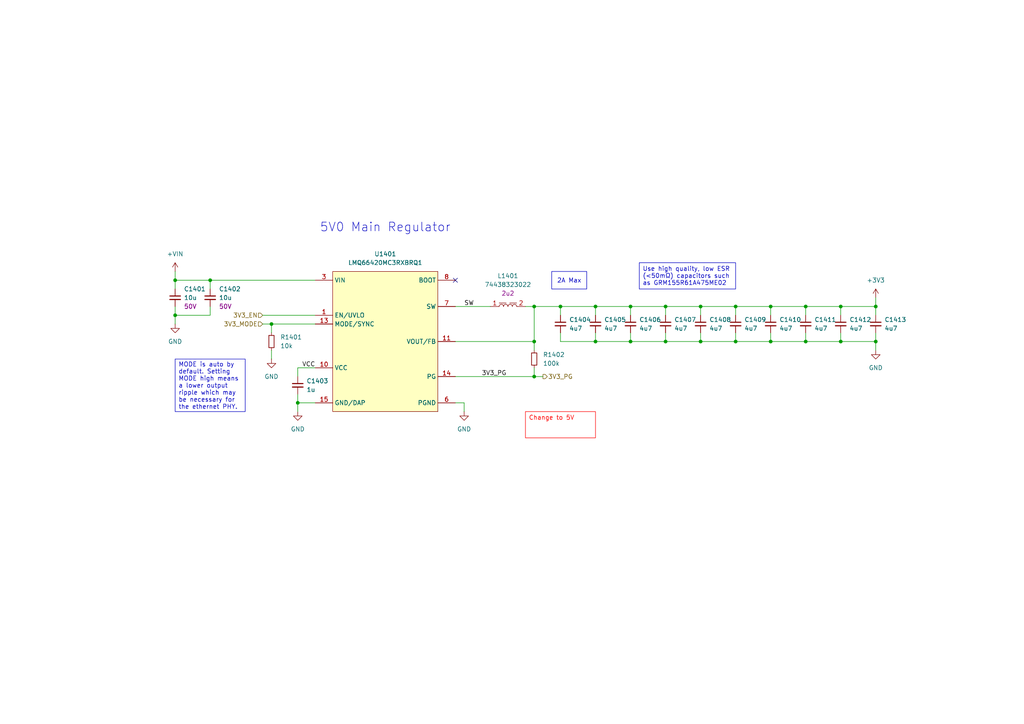
<source format=kicad_sch>
(kicad_sch (version 20250114) (generator "eeschema") (generator_version "9.0")
  (paper "A4")
  (lib_symbols
    (symbol "Device:C_Small" (pin_numbers (hide yes)) (pin_names (offset 0.254) (hide yes))
      (property "Reference" "C" (at 0.254 1.778 0))
      (property "Value" "C_Small" (at 0.254 -2.032 0))
      (symbol "C_Small_0_1"
        (polyline (pts (xy -1.524 0.508) (xy 1.524 0.508)) (stroke (width 0.3048)))
        (polyline (pts (xy -1.524 -0.508) (xy 1.524 -0.508)) (stroke (width 0.3302)))
      )
      (symbol "C_Small_1_1"
        (pin passive line (at 0 2.54 270) (length 2.032) (name "~") (number "1"))
        (pin passive line (at 0 -2.54 90) (length 2.032) (name "~") (number "2"))
      )
    )
    (symbol "PWR-IND:2510_74438323022" (pin_names (hide yes))
      (property "Reference" "L" (at 0 5.08 0))
      (property "Value" "74438323022" (at 0 -2.54 0))
      (property "Critical Parameter" "2u2" (at 0 -5.08 0))
      (symbol "2510_74438323022_0_1"
        (polyline (pts (xy -2.54 1.016) (xy -0.508 1.016)))
        (arc (start -2.54 0) (mid -1.905 0.6323) (end -1.27 0))
        (arc (start -1.27 0) (mid -0.635 0.6323) (end 0 0))
        (arc (start 0 0) (mid 0.635 0.6323) (end 1.27 0))
        (arc (start 1.27 0) (mid 1.905 0.6323) (end 2.54 0))
      )
      (symbol "2510_74438323022_1_1"
        (polyline (pts (xy 2.54 1.016) (xy 0.508 1.016)))
        (pin power_in line (at -5.08 0 0) (length 2.54) (name "1") (number "1"))
        (pin power_out line (at 5.08 0 180) (length 2.54) (name "2") (number "2"))
      )
    )
    (symbol "PWR-SMPS:LMQ66420MC3RXBRQ1"
      (property "Reference" "U" (at 0 5.08 0))
      (property "Value" "LMQ66420MC3RXBRQ1" (at 0 2.54 0))
      (symbol "LMQ66420MC3RXBRQ1_1_1"
        (rectangle (start -15.24 0) (end 15.24 -40.64) (fill (type background)))
        (pin power_in line (at -20.32 -2.54 0) (length 5.08) (name "VIN") (number "3"))
        (pin no_connect line (at -20.32 -5.08 0) (length 5.08) (hide yes) (name "NC") (number "2"))
        (pin no_connect line (at -20.32 -7.62 0) (length 5.08) (hide yes) (name "NC") (number "4"))
        (pin input line (at -20.32 -12.7 0) (length 5.08) (name "EN/UVLO") (number "1"))
        (pin input line (at -20.32 -12.7 0) (length 5.08) (hide yes) (name "EN/UVLO") (number "16"))
        (pin input line (at -20.32 -15.24 0) (length 5.08) (name "MODE/SYNC") (number "13"))
        (pin no_connect line (at -20.32 -25.4 0) (length 5.08) (hide yes) (name "NC") (number "9"))
        (pin passive line (at -20.32 -27.94 0) (length 5.08) (name "VCC") (number "10"))
        (pin passive line (at -20.32 -38.1 0) (length 5.08) (name "GND/DAP") (number "15"))
        (pin input line (at 20.32 -2.54 180) (length 5.08) (hide yes) (name "BOOT") (number "18"))
        (pin input line (at 20.32 -2.54 180) (length 5.08) (name "BOOT") (number "8"))
        (pin no_connect line (at 20.32 -5.08 180) (length 5.08) (hide yes) (name "NC") (number "17"))
        (pin no_connect line (at 20.32 -7.62 180) (length 5.08) (hide yes) (name "NC") (number "19"))
        (pin power_out line (at 20.32 -10.16 180) (length 5.08) (name "SW") (number "7"))
        (pin input line (at 20.32 -20.32 180) (length 5.08) (name "VOUT/FB") (number "11"))
        (pin no_connect line (at 20.32 -22.86 180) (length 5.08) (hide yes) (name "NC") (number "12"))
        (pin output line (at 20.32 -30.48 180) (length 5.08) (name "PG") (number "14"))
        (pin no_connect line (at 20.32 -35.56 180) (length 5.08) (hide yes) (name "NC") (number "5"))
        (pin passive line (at 20.32 -38.1 180) (length 5.08) (name "PGND") (number "6"))
      )
    )
    (symbol "PWR-SYM:+VIN" (power) (pin_numbers (hide yes)) (pin_names (offset 0) (hide yes))
      (property "Value" "+VIN" (at 0 3.556 0))
      (symbol "+VIN_0_1"
        (polyline (pts (xy -0.762 1.27) (xy 0 2.54)))
        (polyline (pts (xy 0 2.54) (xy 0.762 1.27)))
        (polyline (pts (xy 0 0) (xy 0 2.54)))
      )
      (symbol "+VIN_1_1"
        (pin power_in line (at 0 0 90) (length 0) (name "~") (number "1"))
      )
    )
    (symbol "R_Small_1" (pin_numbers (hide yes)) (pin_names (offset 0.254) (hide yes))
      (property "Reference" "R" (at 0 0 90))
      (property "Value" "R_Small" (at 1.778 0 90))
      (symbol "R_Small_1_0_1"
        (rectangle (start -0.762 1.778) (end 0.762 -1.778) (stroke (width 0.2032)))
      )
      (symbol "R_Small_1_1_1"
        (pin passive line (at 0 2.54 270) (length 0.762) (name "~") (number "1"))
        (pin passive line (at 0 -2.54 90) (length 0.762) (name "~") (number "2"))
      )
    )
    (symbol "R_Small_2" (pin_numbers (hide yes)) (pin_names (offset 0.254) (hide yes))
      (property "Reference" "R" (at 0 0 90))
      (property "Value" "R_Small" (at 1.778 0 90))
      (symbol "R_Small_2_0_1"
        (rectangle (start -0.762 1.778) (end 0.762 -1.778) (stroke (width 0.2032)))
      )
      (symbol "R_Small_2_1_1"
        (pin passive line (at 0 2.54 270) (length 0.762) (name "~") (number "1"))
        (pin passive line (at 0 -2.54 90) (length 0.762) (name "~") (number "2"))
      )
    )
    (symbol "power:+3V3" (power) (pin_numbers (hide yes)) (pin_names (offset 0) (hide yes))
      (property "Value" "+3V3" (at 0 3.556 0))
      (symbol "+3V3_0_1"
        (polyline (pts (xy -0.762 1.27) (xy 0 2.54)))
        (polyline (pts (xy 0 2.54) (xy 0.762 1.27)))
        (polyline (pts (xy 0 0) (xy 0 2.54)))
      )
      (symbol "+3V3_1_1"
        (pin power_in line (at 0 0 90) (length 0) (name "~") (number "1"))
      )
    )
    (symbol "power:GND" (power) (pin_numbers (hide yes)) (pin_names (offset 0) (hide yes))
      (property "Value" "GND" (at 0 -3.81 0))
      (symbol "GND_0_1"
        (polyline (pts (xy 0 0) (xy 0 -1.27) (xy 1.27 -1.27) (xy 0 -2.54) (xy -1.27 -1.27) (xy 0 -1.27)))
      )
      (symbol "GND_1_1"
        (pin power_in line (at 0 0 270) (length 0) (name "~") (number "1"))
      )
    )
  )
  (text "5V0 Main Regulator" (at 111.76 66.04 0) (effects (font (size 2.54 2.54))))
  (text_box "Change to 5V" (at 152.4 119.38 0) (size 20.32 7.62) (margins 0.9525 0.9525 0.9525 0.9525) (stroke (width 0) (color 255 0 0 1)) (effects (font (size 1.27 1.27)) (justify left top)))
  (text_box "MODE is auto by default. Setting MODE high means a lower output ripple which may be necessary for the ethernet PHY." (at 50.8 104.14 0) (size 20.32 15.24) (margins 0.9525 0.9525 0.9525 0.9525) (effects (font (size 1.27 1.27)) (justify left)))
  (text_box "2A Max" (at 160.02 78.74 0) (size 10.16 5.08) (margins 0.9525 0.9525 0.9525 0.9525) (effects (font (size 1.27 1.27))))
  (text_box "Use high quality, low ESR (<50mΩ) capacitors such as GRM155R61A475ME02" (at 185.42 76.2 0) (size 27.94 7.62) (margins 0.9525 0.9525 0.9525 0.9525) (effects (font (size 1.27 1.27)) (justify left top)))
  (junction (at 193.04 88.9))
  (junction (at 223.52 99.06))
  (junction (at 203.2 88.9))
  (junction (at 203.2 99.06))
  (junction (at 213.36 88.9))
  (junction (at 254 99.06))
  (junction (at 243.84 88.9))
  (junction (at 154.94 88.9))
  (junction (at 223.52 88.9))
  (junction (at 233.68 99.06))
  (junction (at 213.36 99.06))
  (junction (at 60.96 81.28))
  (junction (at 86.36 116.84))
  (junction (at 193.04 99.06))
  (junction (at 182.88 99.06))
  (junction (at 154.94 109.22))
  (junction (at 182.88 88.9))
  (junction (at 50.8 81.28))
  (junction (at 254 88.9))
  (junction (at 233.68 88.9))
  (junction (at 50.8 91.44))
  (junction (at 78.74 93.98))
  (junction (at 172.72 88.9))
  (junction (at 172.72 99.06))
  (junction (at 243.84 99.06))
  (junction (at 162.56 88.9))
  (junction (at 154.94 99.06))
  (no_connect (at 132.08 81.28))
  (wire (pts (xy 50.8 93.98) (xy 50.8 91.44)))
  (wire (pts (xy 78.74 93.98) (xy 91.44 93.98)))
  (wire (pts (xy 213.36 88.9) (xy 213.36 91.44)))
  (wire (pts (xy 78.74 101.6) (xy 78.74 104.14)))
  (wire (pts (xy 182.88 96.52) (xy 182.88 99.06)))
  (wire (pts (xy 254 99.06) (xy 254 101.6)))
  (wire (pts (xy 203.2 96.52) (xy 203.2 99.06)))
  (wire (pts (xy 243.84 88.9) (xy 254 88.9)))
  (wire (pts (xy 50.8 78.74) (xy 50.8 81.28)))
  (wire (pts (xy 243.84 96.52) (xy 243.84 99.06)))
  (wire (pts (xy 172.72 88.9) (xy 182.88 88.9)))
  (wire (pts (xy 132.08 99.06) (xy 154.94 99.06)))
  (wire (pts (xy 86.36 116.84) (xy 91.44 116.84)))
  (wire (pts (xy 154.94 109.22) (xy 132.08 109.22)))
  (wire (pts (xy 203.2 99.06) (xy 213.36 99.06)))
  (wire (pts (xy 193.04 99.06) (xy 203.2 99.06)))
  (wire (pts (xy 182.88 88.9) (xy 182.88 91.44)))
  (wire (pts (xy 154.94 99.06) (xy 154.94 101.6)))
  (wire (pts (xy 76.2 93.98) (xy 78.74 93.98)))
  (wire (pts (xy 213.36 99.06) (xy 223.52 99.06)))
  (wire (pts (xy 172.72 96.52) (xy 172.72 99.06)))
  (wire (pts (xy 91.44 106.68) (xy 86.36 106.68)))
  (wire (pts (xy 154.94 99.06) (xy 154.94 88.9)))
  (wire (pts (xy 134.62 119.38) (xy 134.62 116.84)))
  (wire (pts (xy 254 88.9) (xy 254 91.44)))
  (wire (pts (xy 243.84 88.9) (xy 243.84 91.44)))
  (wire (pts (xy 254 96.52) (xy 254 99.06)))
  (wire (pts (xy 223.52 99.06) (xy 233.68 99.06)))
  (wire (pts (xy 78.74 93.98) (xy 78.74 96.52)))
  (wire (pts (xy 132.08 88.9) (xy 142.24 88.9)))
  (wire (pts (xy 193.04 88.9) (xy 193.04 91.44)))
  (wire (pts (xy 182.88 88.9) (xy 193.04 88.9)))
  (wire (pts (xy 154.94 88.9) (xy 162.56 88.9)))
  (wire (pts (xy 233.68 96.52) (xy 233.68 99.06)))
  (wire (pts (xy 154.94 106.68) (xy 154.94 109.22)))
  (wire (pts (xy 213.36 88.9) (xy 223.52 88.9)))
  (wire (pts (xy 223.52 96.52) (xy 223.52 99.06)))
  (wire (pts (xy 233.68 99.06) (xy 243.84 99.06)))
  (wire (pts (xy 50.8 83.82) (xy 50.8 81.28)))
  (wire (pts (xy 50.8 81.28) (xy 60.96 81.28)))
  (wire (pts (xy 243.84 99.06) (xy 254 99.06)))
  (wire (pts (xy 86.36 119.38) (xy 86.36 116.84)))
  (wire (pts (xy 182.88 99.06) (xy 193.04 99.06)))
  (wire (pts (xy 172.72 88.9) (xy 172.72 91.44)))
  (wire (pts (xy 152.4 88.9) (xy 154.94 88.9)))
  (wire (pts (xy 76.2 91.44) (xy 91.44 91.44)))
  (wire (pts (xy 162.56 88.9) (xy 172.72 88.9)))
  (wire (pts (xy 60.96 91.44) (xy 60.96 88.9)))
  (wire (pts (xy 60.96 83.82) (xy 60.96 81.28)))
  (wire (pts (xy 203.2 88.9) (xy 213.36 88.9)))
  (wire (pts (xy 86.36 106.68) (xy 86.36 109.22)))
  (wire (pts (xy 132.08 116.84) (xy 134.62 116.84)))
  (wire (pts (xy 213.36 96.52) (xy 213.36 99.06)))
  (wire (pts (xy 154.94 109.22) (xy 157.48 109.22)))
  (wire (pts (xy 172.72 99.06) (xy 182.88 99.06)))
  (wire (pts (xy 254 86.36) (xy 254 88.9)))
  (wire (pts (xy 223.52 88.9) (xy 223.52 91.44)))
  (wire (pts (xy 193.04 96.52) (xy 193.04 99.06)))
  (wire (pts (xy 86.36 114.3) (xy 86.36 116.84)))
  (wire (pts (xy 223.52 88.9) (xy 233.68 88.9)))
  (wire (pts (xy 193.04 88.9) (xy 203.2 88.9)))
  (wire (pts (xy 162.56 88.9) (xy 162.56 91.44)))
  (wire (pts (xy 233.68 88.9) (xy 243.84 88.9)))
  (wire (pts (xy 60.96 81.28) (xy 91.44 81.28)))
  (wire (pts (xy 203.2 88.9) (xy 203.2 91.44)))
  (wire (pts (xy 233.68 88.9) (xy 233.68 91.44)))
  (wire (pts (xy 50.8 88.9) (xy 50.8 91.44)))
  (wire (pts (xy 162.56 99.06) (xy 172.72 99.06)))
  (wire (pts (xy 162.56 96.52) (xy 162.56 99.06)))
  (wire (pts (xy 50.8 91.44) (xy 60.96 91.44)))
  (label "VCC" (at 91.44 106.68 180))
  (label "3V3_PG" (at 139.7 109.22 0))
  (label "SW" (at 134.62 88.9 0))
  (hierarchical_label "3V3_EN" (shape input) (at 76.2 91.44 180))
  (hierarchical_label "3V3_PG" (shape output) (at 157.48 109.22 0))
  (hierarchical_label "3V3_MODE" (shape input) (at 76.2 93.98 180))
  (symbol (lib_id "power:+3V3") (at 254 86.36 0) (unit 1)
    (property "Reference" "#PWR0525" (effects (hide yes)))
    (property "Value" "+3V3" (at 254 81.28 0))
    (property "Description" "Power symbol creates a global label with name \"+3V3\"" (effects (hide yes)))
    (instances (project "jabr-control-v1" (path "" (reference "#PWR01406") (unit 1)) (path "" (reference "#PWR0525") (unit 1))))
  )
  (symbol (lib_id "power:GND") (at 50.8 93.98 0) (unit 1)
    (property "Reference" "#PWR0502" (effects (hide yes)))
    (property "Value" "GND" (at 50.8 99.06 0))
    (property "Description" "Power symbol creates a global label with name \"GND\" , ground" (effects (hide yes)))
    (instances (project "jabr-control-v1" (path "" (reference "#PWR01402") (unit 1)) (path "" (reference "#PWR0502") (unit 1))))
  )
  (symbol (lib_id "Device:C_Small") (at 86.36 111.76 0) (unit 1)
    (property "Reference" "C506" (at 88.9 110.4962 0) (effects (justify left)))
    (property "Value" "1u" (at 88.9 113.0362 0) (effects (justify left)))
    (property "Footprint" "Capacitor_SMD:C_0402_1005Metric" (effects (hide yes)))
    (property "Description" "Unpolarized capacitor, small symbol" (effects (hide yes)))
    (instances (project "jabr-control-v1" (path "" (reference "C1403") (unit 1)) (path "" (reference "C506") (unit 1))))
  )
  (symbol (lib_id "power:GND") (at 86.36 119.38 0) (unit 1)
    (property "Reference" "#PWR0507" (effects (hide yes)))
    (property "Value" "GND" (at 86.36 124.46 0))
    (property "Description" "Power symbol creates a global label with name \"GND\" , ground" (effects (hide yes)))
    (instances (project "jabr-control-v1" (path "" (reference "#PWR01404") (unit 1)) (path "" (reference "#PWR0507") (unit 1))))
  )
  (symbol (lib_id "power:GND") (at 134.62 119.38 0) (unit 1)
    (property "Reference" "#PWR0513" (effects (hide yes)))
    (property "Value" "GND" (at 134.62 124.46 0))
    (property "Description" "Power symbol creates a global label with name \"GND\" , ground" (effects (hide yes)))
    (instances (project "jabr-control-v1" (path "" (reference "#PWR01405") (unit 1)) (path "" (reference "#PWR0513") (unit 1))))
  )
  (symbol (lib_id "Device:C_Small") (at 233.68 93.98 0) (unit 1)
    (property "Reference" "C520" (at 236.22 92.7162 0) (effects (justify left)))
    (property "Value" "4u7" (at 236.22 95.2562 0) (effects (justify left)))
    (property "Footprint" "Capacitor_SMD:C_0402_1005Metric" (effects (hide yes)))
    (property "Description" "Unpolarized capacitor, small symbol" (effects (hide yes)))
    (instances (project "jabr-control-v1" (path "" (reference "C1411") (unit 1)) (path "" (reference "C520") (unit 1))))
  )
  (symbol (lib_id "Device:C_Small") (at 172.72 93.98 0) (unit 1)
    (property "Reference" "C511" (at 175.26 92.7162 0) (effects (justify left)))
    (property "Value" "4u7" (at 175.26 95.2562 0) (effects (justify left)))
    (property "Footprint" "Capacitor_SMD:C_0402_1005Metric" (effects (hide yes)))
    (property "Description" "Unpolarized capacitor, small symbol" (effects (hide yes)))
    (instances (project "jabr-control-v1" (path "" (reference "C1405") (unit 1)) (path "" (reference "C511") (unit 1))))
  )
  (symbol (lib_name "R_Small_1") (lib_id "Device:R_Small") (at 154.94 104.14 0) (mirror x) (unit 1)
    (property "Reference" "R509" (at 157.48 102.8701 0) (effects (justify left)))
    (property "Value" "100k" (at 157.48 105.4101 0) (effects (justify left)))
    (property "Footprint" "Resistor_SMD:R_0402_1005Metric" (effects (hide yes)))
    (property "Description" "Resistor, small symbol" (effects (hide yes)))
    (instances (project "jabr-control-v1" (path "" (reference "R1402") (unit 1)) (path "" (reference "R509") (unit 1))))
  )
  (symbol (lib_id "Device:C_Small") (at 223.52 93.98 0) (unit 1)
    (property "Reference" "C519" (at 226.06 92.7162 0) (effects (justify left)))
    (property "Value" "4u7" (at 226.06 95.2562 0) (effects (justify left)))
    (property "Footprint" "Capacitor_SMD:C_0402_1005Metric" (effects (hide yes)))
    (property "Description" "Unpolarized capacitor, small symbol" (effects (hide yes)))
    (instances (project "jabr-control-v1" (path "" (reference "C1410") (unit 1)) (path "" (reference "C519") (unit 1))))
  )
  (symbol (lib_id "PWR-SMPS:LMQ66420MC3RXBRQ1") (at 111.76 78.74 0) (unit 1)
    (property "Reference" "U502" (at 111.76 73.66 0))
    (property "Value" "LMQ66420MC3RXBRQ1" (at 111.76 76.2 0))
    (property "Footprint" "project_footprints:LMQ664x0" (effects (hide yes)))
    (property "Datasheet" "https://www.ti.com/lit/ds/symlink/lmq66420-q1.pdf" (effects (hide yes)))
    (property "Description" "Switching Voltage Regulators Automotive, 36-V, 2-A low-EMI synchronous step-down converter with 1.5-uA IQ 14-VQFN-FCRLF -40 to 150" (effects (hide yes)))
    (instances (project "jabr-control-v1" (path "" (reference "U1401") (unit 1)) (path "" (reference "U502") (unit 1))))
  )
  (symbol (lib_id "power:GND") (at 78.74 104.14 0) (unit 1)
    (property "Reference" "#PWR0506" (effects (hide yes)))
    (property "Value" "GND" (at 78.74 109.22 0))
    (property "Description" "Power symbol creates a global label with name \"GND\" , ground" (effects (hide yes)))
    (instances (project "jabr-control-v1" (path "" (reference "#PWR01403") (unit 1)) (path "" (reference "#PWR0506") (unit 1))))
  )
  (symbol (lib_id "Device:C_Small") (at 193.04 93.98 0) (unit 1)
    (property "Reference" "C514" (at 195.58 92.7162 0) (effects (justify left)))
    (property "Value" "4u7" (at 195.58 95.2562 0) (effects (justify left)))
    (property "Footprint" "Capacitor_SMD:C_0402_1005Metric" (effects (hide yes)))
    (property "Description" "Unpolarized capacitor, small symbol" (effects (hide yes)))
    (instances (project "jabr-control-v1" (path "" (reference "C1407") (unit 1)) (path "" (reference "C514") (unit 1))))
  )
  (symbol (lib_id "Device:C_Small") (at 50.8 86.36 0) (unit 1)
    (property "Reference" "C1301" (at 53.34 83.82 0) (effects (justify left)))
    (property "Value" "10u" (at 53.34 86.36 0) (effects (justify left)))
    (property "Footprint" "Capacitor_SMD:C_0805_2012Metric" (effects (hide yes)))
    (property "Description" "Unpolarized capacitor, small symbol" (effects (hide yes)))
    (property "Voltage" "50V" (at 53.34 88.8938 0) (effects (justify left)))
    (instances (project "jabr-control-v1" (path "" (reference "C1401") (unit 1)) (path "" (reference "C1301") (unit 1))))
  )
  (symbol (lib_name "R_Small_2") (lib_id "Device:R_Small") (at 78.74 99.06 0) (unit 1)
    (property "Reference" "R501" (at 81.28 97.7899 0) (effects (justify left)))
    (property "Value" "10k" (at 81.28 100.3299 0) (effects (justify left)))
    (property "Footprint" "Resistor_SMD:R_0402_1005Metric" (effects (hide yes)))
    (property "Description" "Resistor, small symbol" (effects (hide yes)))
    (instances (project "jabr-control-v1" (path "" (reference "R1401") (unit 1)) (path "" (reference "R501") (unit 1))))
  )
  (symbol (lib_id "Device:C_Small") (at 254 93.98 0) (unit 1)
    (property "Reference" "C524" (at 256.54 92.7162 0) (effects (justify left)))
    (property "Value" "4u7" (at 256.54 95.2562 0) (effects (justify left)))
    (property "Footprint" "Capacitor_SMD:C_0402_1005Metric" (effects (hide yes)))
    (property "Description" "Unpolarized capacitor, small symbol" (effects (hide yes)))
    (instances (project "jabr-control-v1" (path "" (reference "C1413") (unit 1)) (path "" (reference "C524") (unit 1))))
  )
  (symbol (lib_id "Device:C_Small") (at 203.2 93.98 0) (unit 1)
    (property "Reference" "C516" (at 205.74 92.7162 0) (effects (justify left)))
    (property "Value" "4u7" (at 205.74 95.2562 0) (effects (justify left)))
    (property "Footprint" "Capacitor_SMD:C_0402_1005Metric" (effects (hide yes)))
    (property "Description" "Unpolarized capacitor, small symbol" (effects (hide yes)))
    (instances (project "jabr-control-v1" (path "" (reference "C1408") (unit 1)) (path "" (reference "C516") (unit 1))))
  )
  (symbol (lib_id "PWR-SYM:+VIN") (at 50.8 78.74 0) (unit 1)
    (property "Reference" "#PWR0501" (effects (hide yes)))
    (property "Value" "+VIN" (at 50.8 73.66 0))
    (property "Description" "Power symbol creates a global label with name \"+VIN\"" (effects (hide yes)))
    (instances (project "jabr-control-v1" (path "" (reference "#PWR01401") (unit 1)) (path "" (reference "#PWR0501") (unit 1))))
  )
  (symbol (lib_id "PWR-IND:2510_74438323022") (at 147.32 88.9 0) (unit 1)
    (property "Reference" "L502" (at 147.32 80.01 0))
    (property "Value" "74438323022" (at 147.32 82.55 0))
    (property "Footprint" "project_footprints:L_Wurth_WE-MAPI-2510" (effects (hide yes)))
    (property "Datasheet" "https://www.we-online.com/catalog/datasheet/74438323022.pdf?ki" (effects (hide yes)))
    (property "Description" "Shielded Power Inductor" (effects (hide yes)))
    (property "Manufacturer" "Wurth Elektronik" (effects (hide yes)))
    (property "Manufacturer URL" "https://www.we-online.com" (effects (hide yes)))
    (property "Published Date" "20250320" (effects (hide yes)))
    (property "Match Code" "WE-MAPI" (effects (hide yes)))
    (property "Part Number" "74438323022" (effects (hide yes)))
    (property "Size" "2510" (effects (hide yes)))
    (property "Mounting Technology" "SMT" (effects (hide yes)))
    (property "L (µH)" "2.2" (effects (hide yes)))
    (property "IRP,40K (A)" "2.2" (effects (hide yes)))
    (property "ISAT,30% (A)" "3.55" (effects (hide yes)))
    (property "RDC typ. (mΩ)" "147.0" (effects (hide yes)))
    (property "fres (MHz)" "60.0" (effects (hide yes)))
    (property "VOP (V)" "80" (effects (hide yes)))
    (property "Critical Parameter" "2u2" (at 147.32 85.09 0))
    (instances (project "jabr-control-v1" (path "" (reference "L1401") (unit 1)) (path "" (reference "L502") (unit 1))))
  )
  (symbol (lib_id "power:GND") (at 254 101.6 0) (unit 1)
    (property "Reference" "#PWR0526" (effects (hide yes)))
    (property "Value" "GND" (at 254 106.68 0))
    (property "Description" "Power symbol creates a global label with name \"GND\" , ground" (effects (hide yes)))
    (instances (project "jabr-control-v1" (path "" (reference "#PWR01407") (unit 1)) (path "" (reference "#PWR0526") (unit 1))))
  )
  (symbol (lib_id "Device:C_Small") (at 213.36 93.98 0) (unit 1)
    (property "Reference" "C517" (at 215.9 92.7162 0) (effects (justify left)))
    (property "Value" "4u7" (at 215.9 95.2562 0) (effects (justify left)))
    (property "Footprint" "Capacitor_SMD:C_0402_1005Metric" (effects (hide yes)))
    (property "Description" "Unpolarized capacitor, small symbol" (effects (hide yes)))
    (instances (project "jabr-control-v1" (path "" (reference "C1409") (unit 1)) (path "" (reference "C517") (unit 1))))
  )
  (symbol (lib_id "Device:C_Small") (at 60.96 86.36 0) (unit 1)
    (property "Reference" "C502" (at 63.5 83.82 0) (effects (justify left)))
    (property "Value" "10u" (at 63.5 86.36 0) (effects (justify left)))
    (property "Footprint" "Capacitor_SMD:C_0805_2012Metric" (effects (hide yes)))
    (property "Description" "Unpolarized capacitor, small symbol" (effects (hide yes)))
    (property "Voltage" "50V" (at 63.5 88.8938 0) (effects (justify left)))
    (instances (project "jabr-control-v1" (path "" (reference "C1402") (unit 1)) (path "" (reference "C502") (unit 1))))
  )
  (symbol (lib_id "Device:C_Small") (at 182.88 93.98 0) (unit 1)
    (property "Reference" "C512" (at 185.42 92.7162 0) (effects (justify left)))
    (property "Value" "4u7" (at 185.42 95.2562 0) (effects (justify left)))
    (property "Footprint" "Capacitor_SMD:C_0402_1005Metric" (effects (hide yes)))
    (property "Description" "Unpolarized capacitor, small symbol" (effects (hide yes)))
    (instances (project "jabr-control-v1" (path "" (reference "C1406") (unit 1)) (path "" (reference "C512") (unit 1))))
  )
  (symbol (lib_id "Device:C_Small") (at 243.84 93.98 0) (unit 1)
    (property "Reference" "C522" (at 246.38 92.7162 0) (effects (justify left)))
    (property "Value" "4u7" (at 246.38 95.2562 0) (effects (justify left)))
    (property "Footprint" "Capacitor_SMD:C_0402_1005Metric" (effects (hide yes)))
    (property "Description" "Unpolarized capacitor, small symbol" (effects (hide yes)))
    (instances (project "jabr-control-v1" (path "" (reference "C1412") (unit 1)) (path "" (reference "C522") (unit 1))))
  )
  (symbol (lib_id "Device:C_Small") (at 162.56 93.98 0) (unit 1)
    (property "Reference" "C508" (at 165.1 92.7162 0) (effects (justify left)))
    (property "Value" "4u7" (at 165.1 95.2562 0) (effects (justify left)))
    (property "Footprint" "Capacitor_SMD:C_0402_1005Metric" (effects (hide yes)))
    (property "Description" "Unpolarized capacitor, small symbol" (effects (hide yes)))
    (instances (project "jabr-control-v1" (path "" (reference "C1404") (unit 1)) (path "" (reference "C508") (unit 1))))
  )
)
</source>
